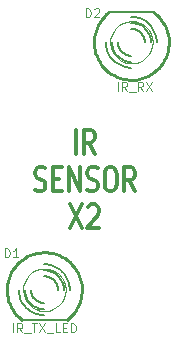
<source format=gto>
G04 (created by PCBNEW-RS274X (2011-05-25)-stable) date Thu 21 Feb 2013 08:05:00 PM EST*
G01*
G70*
G90*
%MOIN*%
G04 Gerber Fmt 3.4, Leading zero omitted, Abs format*
%FSLAX34Y34*%
G04 APERTURE LIST*
%ADD10C,0.006000*%
%ADD11C,0.012000*%
%ADD12C,0.008000*%
%ADD13C,0.003000*%
%ADD14C,0.010000*%
%ADD15C,0.003500*%
G04 APERTURE END LIST*
G54D10*
G54D11*
X64850Y-32624D02*
X64850Y-31824D01*
X65479Y-32624D02*
X65279Y-32243D01*
X65136Y-32624D02*
X65136Y-31824D01*
X65364Y-31824D01*
X65422Y-31862D01*
X65450Y-31900D01*
X65479Y-31976D01*
X65479Y-32090D01*
X65450Y-32167D01*
X65422Y-32205D01*
X65364Y-32243D01*
X65136Y-32243D01*
X63493Y-33826D02*
X63579Y-33864D01*
X63722Y-33864D01*
X63779Y-33826D01*
X63808Y-33788D01*
X63836Y-33711D01*
X63836Y-33635D01*
X63808Y-33559D01*
X63779Y-33521D01*
X63722Y-33483D01*
X63608Y-33445D01*
X63550Y-33407D01*
X63522Y-33369D01*
X63493Y-33292D01*
X63493Y-33216D01*
X63522Y-33140D01*
X63550Y-33102D01*
X63608Y-33064D01*
X63750Y-33064D01*
X63836Y-33102D01*
X64093Y-33445D02*
X64293Y-33445D01*
X64379Y-33864D02*
X64093Y-33864D01*
X64093Y-33064D01*
X64379Y-33064D01*
X64636Y-33864D02*
X64636Y-33064D01*
X64979Y-33864D01*
X64979Y-33064D01*
X65236Y-33826D02*
X65322Y-33864D01*
X65465Y-33864D01*
X65522Y-33826D01*
X65551Y-33788D01*
X65579Y-33711D01*
X65579Y-33635D01*
X65551Y-33559D01*
X65522Y-33521D01*
X65465Y-33483D01*
X65351Y-33445D01*
X65293Y-33407D01*
X65265Y-33369D01*
X65236Y-33292D01*
X65236Y-33216D01*
X65265Y-33140D01*
X65293Y-33102D01*
X65351Y-33064D01*
X65493Y-33064D01*
X65579Y-33102D01*
X65950Y-33064D02*
X66064Y-33064D01*
X66122Y-33102D01*
X66179Y-33178D01*
X66207Y-33330D01*
X66207Y-33597D01*
X66179Y-33750D01*
X66122Y-33826D01*
X66064Y-33864D01*
X65950Y-33864D01*
X65893Y-33826D01*
X65836Y-33750D01*
X65807Y-33597D01*
X65807Y-33330D01*
X65836Y-33178D01*
X65893Y-33102D01*
X65950Y-33064D01*
X66808Y-33864D02*
X66608Y-33483D01*
X66465Y-33864D02*
X66465Y-33064D01*
X66693Y-33064D01*
X66751Y-33102D01*
X66779Y-33140D01*
X66808Y-33216D01*
X66808Y-33330D01*
X66779Y-33407D01*
X66751Y-33445D01*
X66693Y-33483D01*
X66465Y-33483D01*
X64665Y-34304D02*
X65065Y-35104D01*
X65065Y-34304D02*
X64665Y-35104D01*
X65264Y-34380D02*
X65293Y-34342D01*
X65350Y-34304D01*
X65493Y-34304D01*
X65550Y-34342D01*
X65579Y-34380D01*
X65607Y-34456D01*
X65607Y-34532D01*
X65579Y-34647D01*
X65236Y-35104D01*
X65607Y-35104D01*
G54D12*
X63050Y-38170D02*
X64550Y-38170D01*
G54D13*
X64507Y-37150D02*
X64493Y-37287D01*
X64453Y-37419D01*
X64388Y-37541D01*
X64301Y-37648D01*
X64195Y-37736D01*
X64073Y-37801D01*
X63942Y-37842D01*
X63804Y-37856D01*
X63668Y-37844D01*
X63536Y-37805D01*
X63413Y-37741D01*
X63306Y-37655D01*
X63217Y-37549D01*
X63151Y-37428D01*
X63109Y-37296D01*
X63094Y-37159D01*
X63105Y-37023D01*
X63143Y-36890D01*
X63206Y-36768D01*
X63292Y-36659D01*
X63397Y-36570D01*
X63517Y-36503D01*
X63649Y-36460D01*
X63786Y-36444D01*
X63922Y-36454D01*
X64055Y-36491D01*
X64178Y-36554D01*
X64287Y-36639D01*
X64377Y-36743D01*
X64445Y-36863D01*
X64489Y-36994D01*
X64506Y-37131D01*
X64507Y-37150D01*
G54D14*
X64550Y-38149D02*
X64634Y-38080D01*
X64712Y-38004D01*
X64783Y-37921D01*
X64847Y-37832D01*
X64902Y-37738D01*
X64949Y-37640D01*
X64988Y-37538D01*
X65017Y-37433D01*
X65037Y-37326D01*
X65048Y-37217D01*
X65049Y-37109D01*
X65040Y-37000D01*
X65023Y-36893D01*
X64996Y-36787D01*
X64959Y-36684D01*
X64914Y-36585D01*
X64861Y-36490D01*
X64799Y-36400D01*
X64730Y-36316D01*
X64654Y-36238D01*
X64571Y-36167D01*
X64482Y-36103D01*
X64388Y-36048D01*
X64290Y-36001D01*
X64188Y-35962D01*
X64083Y-35933D01*
X63976Y-35913D01*
X63867Y-35902D01*
X63759Y-35901D01*
X63650Y-35910D01*
X63543Y-35927D01*
X63437Y-35954D01*
X63334Y-35991D01*
X63235Y-36036D01*
X63140Y-36089D01*
X63050Y-36151D01*
X62966Y-36220D01*
X62888Y-36296D01*
X62817Y-36379D01*
X62753Y-36468D01*
X62698Y-36562D01*
X62651Y-36660D01*
X62612Y-36762D01*
X62583Y-36867D01*
X62563Y-36974D01*
X62552Y-37083D01*
X62551Y-37191D01*
X62560Y-37300D01*
X62577Y-37407D01*
X62604Y-37513D01*
X62641Y-37616D01*
X62686Y-37715D01*
X62739Y-37810D01*
X62801Y-37900D01*
X62870Y-37984D01*
X62946Y-38062D01*
X63029Y-38133D01*
X63050Y-38149D01*
G54D10*
X64250Y-37150D02*
X64248Y-37111D01*
X64243Y-37072D01*
X64234Y-37034D01*
X64222Y-36997D01*
X64207Y-36960D01*
X64189Y-36926D01*
X64168Y-36892D01*
X64144Y-36861D01*
X64118Y-36832D01*
X64089Y-36806D01*
X64058Y-36782D01*
X64025Y-36761D01*
X63990Y-36743D01*
X63953Y-36728D01*
X63916Y-36716D01*
X63878Y-36707D01*
X63839Y-36702D01*
X63800Y-36700D01*
X63350Y-37150D02*
X63352Y-37189D01*
X63357Y-37228D01*
X63366Y-37266D01*
X63378Y-37303D01*
X63393Y-37340D01*
X63411Y-37374D01*
X63432Y-37408D01*
X63456Y-37439D01*
X63482Y-37468D01*
X63511Y-37494D01*
X63542Y-37518D01*
X63576Y-37539D01*
X63610Y-37557D01*
X63647Y-37572D01*
X63684Y-37584D01*
X63722Y-37593D01*
X63761Y-37598D01*
X63800Y-37600D01*
X64450Y-37150D02*
X64447Y-37094D01*
X64440Y-37038D01*
X64427Y-36982D01*
X64410Y-36928D01*
X64389Y-36876D01*
X64362Y-36826D01*
X64332Y-36778D01*
X64297Y-36733D01*
X64259Y-36691D01*
X64217Y-36653D01*
X64172Y-36618D01*
X64125Y-36588D01*
X64074Y-36561D01*
X64022Y-36540D01*
X63968Y-36523D01*
X63912Y-36510D01*
X63856Y-36503D01*
X63800Y-36500D01*
X63150Y-37150D02*
X63153Y-37206D01*
X63160Y-37262D01*
X63173Y-37318D01*
X63190Y-37372D01*
X63211Y-37424D01*
X63238Y-37474D01*
X63268Y-37522D01*
X63303Y-37567D01*
X63341Y-37609D01*
X63383Y-37647D01*
X63428Y-37682D01*
X63476Y-37712D01*
X63526Y-37739D01*
X63578Y-37760D01*
X63632Y-37777D01*
X63688Y-37790D01*
X63744Y-37797D01*
X63800Y-37800D01*
X64650Y-37150D02*
X64646Y-37076D01*
X64637Y-37003D01*
X64621Y-36931D01*
X64598Y-36860D01*
X64570Y-36791D01*
X64536Y-36726D01*
X64496Y-36663D01*
X64451Y-36604D01*
X64401Y-36549D01*
X64346Y-36499D01*
X64287Y-36454D01*
X64225Y-36414D01*
X64159Y-36380D01*
X64090Y-36352D01*
X64019Y-36329D01*
X63947Y-36313D01*
X63874Y-36304D01*
X63800Y-36300D01*
X62950Y-37150D02*
X62954Y-37224D01*
X62963Y-37297D01*
X62979Y-37369D01*
X63002Y-37440D01*
X63030Y-37509D01*
X63064Y-37574D01*
X63104Y-37637D01*
X63149Y-37696D01*
X63199Y-37751D01*
X63254Y-37801D01*
X63313Y-37846D01*
X63376Y-37886D01*
X63441Y-37920D01*
X63510Y-37948D01*
X63581Y-37971D01*
X63653Y-37987D01*
X63726Y-37996D01*
X63800Y-38000D01*
G54D12*
X67450Y-27880D02*
X65950Y-27880D01*
G54D13*
X67407Y-28900D02*
X67393Y-29037D01*
X67353Y-29169D01*
X67288Y-29291D01*
X67201Y-29398D01*
X67095Y-29486D01*
X66973Y-29551D01*
X66842Y-29592D01*
X66704Y-29606D01*
X66568Y-29594D01*
X66436Y-29555D01*
X66313Y-29491D01*
X66206Y-29405D01*
X66117Y-29299D01*
X66051Y-29178D01*
X66009Y-29046D01*
X65994Y-28909D01*
X66005Y-28773D01*
X66043Y-28640D01*
X66106Y-28518D01*
X66192Y-28409D01*
X66297Y-28320D01*
X66417Y-28253D01*
X66549Y-28210D01*
X66686Y-28194D01*
X66822Y-28204D01*
X66955Y-28241D01*
X67078Y-28304D01*
X67187Y-28389D01*
X67277Y-28493D01*
X67345Y-28613D01*
X67389Y-28744D01*
X67406Y-28881D01*
X67407Y-28900D01*
G54D14*
X65950Y-27901D02*
X65866Y-27970D01*
X65788Y-28046D01*
X65717Y-28129D01*
X65653Y-28218D01*
X65598Y-28312D01*
X65551Y-28410D01*
X65512Y-28512D01*
X65483Y-28617D01*
X65463Y-28724D01*
X65452Y-28833D01*
X65451Y-28941D01*
X65460Y-29050D01*
X65477Y-29157D01*
X65504Y-29263D01*
X65541Y-29366D01*
X65586Y-29465D01*
X65639Y-29560D01*
X65701Y-29650D01*
X65770Y-29734D01*
X65846Y-29812D01*
X65929Y-29883D01*
X66018Y-29947D01*
X66112Y-30002D01*
X66210Y-30049D01*
X66312Y-30088D01*
X66417Y-30117D01*
X66524Y-30137D01*
X66633Y-30148D01*
X66741Y-30149D01*
X66850Y-30140D01*
X66957Y-30123D01*
X67063Y-30096D01*
X67166Y-30059D01*
X67265Y-30014D01*
X67360Y-29961D01*
X67450Y-29899D01*
X67534Y-29830D01*
X67612Y-29754D01*
X67683Y-29671D01*
X67747Y-29582D01*
X67802Y-29488D01*
X67849Y-29390D01*
X67888Y-29288D01*
X67917Y-29183D01*
X67937Y-29076D01*
X67948Y-28967D01*
X67949Y-28859D01*
X67940Y-28750D01*
X67923Y-28643D01*
X67896Y-28537D01*
X67859Y-28434D01*
X67814Y-28335D01*
X67761Y-28240D01*
X67699Y-28150D01*
X67630Y-28066D01*
X67554Y-27988D01*
X67471Y-27917D01*
X67450Y-27901D01*
G54D10*
X66250Y-28900D02*
X66252Y-28939D01*
X66257Y-28978D01*
X66266Y-29016D01*
X66278Y-29053D01*
X66293Y-29090D01*
X66311Y-29124D01*
X66332Y-29158D01*
X66356Y-29189D01*
X66382Y-29218D01*
X66411Y-29244D01*
X66442Y-29268D01*
X66476Y-29289D01*
X66510Y-29307D01*
X66547Y-29322D01*
X66584Y-29334D01*
X66622Y-29343D01*
X66661Y-29348D01*
X66700Y-29350D01*
X67150Y-28900D02*
X67148Y-28861D01*
X67143Y-28822D01*
X67134Y-28784D01*
X67122Y-28747D01*
X67107Y-28710D01*
X67089Y-28676D01*
X67068Y-28642D01*
X67044Y-28611D01*
X67018Y-28582D01*
X66989Y-28556D01*
X66958Y-28532D01*
X66925Y-28511D01*
X66890Y-28493D01*
X66853Y-28478D01*
X66816Y-28466D01*
X66778Y-28457D01*
X66739Y-28452D01*
X66700Y-28450D01*
X66050Y-28900D02*
X66053Y-28956D01*
X66060Y-29012D01*
X66073Y-29068D01*
X66090Y-29122D01*
X66111Y-29174D01*
X66138Y-29224D01*
X66168Y-29272D01*
X66203Y-29317D01*
X66241Y-29359D01*
X66283Y-29397D01*
X66328Y-29432D01*
X66376Y-29462D01*
X66426Y-29489D01*
X66478Y-29510D01*
X66532Y-29527D01*
X66588Y-29540D01*
X66644Y-29547D01*
X66700Y-29550D01*
X67350Y-28900D02*
X67347Y-28844D01*
X67340Y-28788D01*
X67327Y-28732D01*
X67310Y-28678D01*
X67289Y-28626D01*
X67262Y-28576D01*
X67232Y-28528D01*
X67197Y-28483D01*
X67159Y-28441D01*
X67117Y-28403D01*
X67072Y-28368D01*
X67025Y-28338D01*
X66974Y-28311D01*
X66922Y-28290D01*
X66868Y-28273D01*
X66812Y-28260D01*
X66756Y-28253D01*
X66700Y-28250D01*
X65850Y-28900D02*
X65854Y-28974D01*
X65863Y-29047D01*
X65879Y-29119D01*
X65902Y-29190D01*
X65930Y-29259D01*
X65964Y-29324D01*
X66004Y-29387D01*
X66049Y-29446D01*
X66099Y-29501D01*
X66154Y-29551D01*
X66213Y-29596D01*
X66276Y-29636D01*
X66341Y-29670D01*
X66410Y-29698D01*
X66481Y-29721D01*
X66553Y-29737D01*
X66626Y-29746D01*
X66700Y-29750D01*
X67550Y-28900D02*
X67546Y-28826D01*
X67537Y-28753D01*
X67521Y-28681D01*
X67498Y-28610D01*
X67470Y-28541D01*
X67436Y-28476D01*
X67396Y-28413D01*
X67351Y-28354D01*
X67301Y-28299D01*
X67246Y-28249D01*
X67187Y-28204D01*
X67125Y-28164D01*
X67059Y-28130D01*
X66990Y-28102D01*
X66919Y-28079D01*
X66847Y-28063D01*
X66774Y-28054D01*
X66700Y-28050D01*
G54D15*
X62478Y-36071D02*
X62478Y-35771D01*
X62550Y-35771D01*
X62593Y-35786D01*
X62621Y-35814D01*
X62636Y-35843D01*
X62650Y-35900D01*
X62650Y-35943D01*
X62636Y-36000D01*
X62621Y-36029D01*
X62593Y-36057D01*
X62550Y-36071D01*
X62478Y-36071D01*
X62936Y-36071D02*
X62764Y-36071D01*
X62850Y-36071D02*
X62850Y-35771D01*
X62821Y-35814D01*
X62793Y-35843D01*
X62764Y-35857D01*
X62756Y-38571D02*
X62756Y-38271D01*
X63071Y-38571D02*
X62971Y-38429D01*
X62899Y-38571D02*
X62899Y-38271D01*
X63014Y-38271D01*
X63042Y-38286D01*
X63057Y-38300D01*
X63071Y-38329D01*
X63071Y-38371D01*
X63057Y-38400D01*
X63042Y-38414D01*
X63014Y-38429D01*
X62899Y-38429D01*
X63128Y-38600D02*
X63357Y-38600D01*
X63386Y-38271D02*
X63557Y-38271D01*
X63471Y-38571D02*
X63471Y-38271D01*
X63629Y-38271D02*
X63829Y-38571D01*
X63829Y-38271D02*
X63629Y-38571D01*
X63872Y-38600D02*
X64101Y-38600D01*
X64315Y-38571D02*
X64172Y-38571D01*
X64172Y-38271D01*
X64415Y-38414D02*
X64515Y-38414D01*
X64558Y-38571D02*
X64415Y-38571D01*
X64415Y-38271D01*
X64558Y-38271D01*
X64686Y-38571D02*
X64686Y-38271D01*
X64758Y-38271D01*
X64801Y-38286D01*
X64829Y-38314D01*
X64844Y-38343D01*
X64858Y-38400D01*
X64858Y-38443D01*
X64844Y-38500D01*
X64829Y-38529D01*
X64801Y-38557D01*
X64758Y-38571D01*
X64686Y-38571D01*
X65178Y-28071D02*
X65178Y-27771D01*
X65250Y-27771D01*
X65293Y-27786D01*
X65321Y-27814D01*
X65336Y-27843D01*
X65350Y-27900D01*
X65350Y-27943D01*
X65336Y-28000D01*
X65321Y-28029D01*
X65293Y-28057D01*
X65250Y-28071D01*
X65178Y-28071D01*
X65464Y-27800D02*
X65478Y-27786D01*
X65507Y-27771D01*
X65578Y-27771D01*
X65607Y-27786D01*
X65621Y-27800D01*
X65636Y-27829D01*
X65636Y-27857D01*
X65621Y-27900D01*
X65450Y-28071D01*
X65636Y-28071D01*
X66242Y-30521D02*
X66242Y-30221D01*
X66557Y-30521D02*
X66457Y-30379D01*
X66385Y-30521D02*
X66385Y-30221D01*
X66500Y-30221D01*
X66528Y-30236D01*
X66543Y-30250D01*
X66557Y-30279D01*
X66557Y-30321D01*
X66543Y-30350D01*
X66528Y-30364D01*
X66500Y-30379D01*
X66385Y-30379D01*
X66614Y-30550D02*
X66843Y-30550D01*
X67086Y-30521D02*
X66986Y-30379D01*
X66914Y-30521D02*
X66914Y-30221D01*
X67029Y-30221D01*
X67057Y-30236D01*
X67072Y-30250D01*
X67086Y-30279D01*
X67086Y-30321D01*
X67072Y-30350D01*
X67057Y-30364D01*
X67029Y-30379D01*
X66914Y-30379D01*
X67186Y-30221D02*
X67386Y-30521D01*
X67386Y-30221D02*
X67186Y-30521D01*
M02*

</source>
